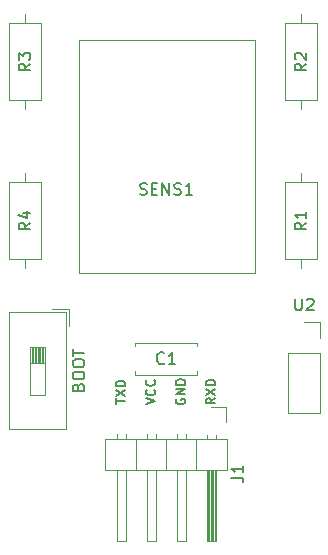
<source format=gbr>
%TF.GenerationSoftware,KiCad,Pcbnew,(5.1.7)-1*%
%TF.CreationDate,2020-10-29T12:11:27+01:00*%
%TF.ProjectId,wifi_temp_sensor,77696669-5f74-4656-9d70-5f73656e736f,rev?*%
%TF.SameCoordinates,Original*%
%TF.FileFunction,Legend,Top*%
%TF.FilePolarity,Positive*%
%FSLAX46Y46*%
G04 Gerber Fmt 4.6, Leading zero omitted, Abs format (unit mm)*
G04 Created by KiCad (PCBNEW (5.1.7)-1) date 2020-10-29 12:11:27*
%MOMM*%
%LPD*%
G01*
G04 APERTURE LIST*
%ADD10C,0.150000*%
%ADD11C,0.120000*%
G04 APERTURE END LIST*
D10*
X155047904Y-95275333D02*
X154666952Y-95542000D01*
X155047904Y-95732476D02*
X154247904Y-95732476D01*
X154247904Y-95427714D01*
X154286000Y-95351523D01*
X154324095Y-95313428D01*
X154400285Y-95275333D01*
X154514571Y-95275333D01*
X154590761Y-95313428D01*
X154628857Y-95351523D01*
X154666952Y-95427714D01*
X154666952Y-95732476D01*
X154247904Y-95008666D02*
X155047904Y-94475333D01*
X154247904Y-94475333D02*
X155047904Y-95008666D01*
X155047904Y-94170571D02*
X154247904Y-94170571D01*
X154247904Y-93980095D01*
X154286000Y-93865809D01*
X154362190Y-93789619D01*
X154438380Y-93751523D01*
X154590761Y-93713428D01*
X154705047Y-93713428D01*
X154857428Y-93751523D01*
X154933619Y-93789619D01*
X155009809Y-93865809D01*
X155047904Y-93980095D01*
X155047904Y-94170571D01*
X146627904Y-95751523D02*
X146627904Y-95294380D01*
X147427904Y-95522952D02*
X146627904Y-95522952D01*
X146627904Y-95103904D02*
X147427904Y-94570571D01*
X146627904Y-94570571D02*
X147427904Y-95103904D01*
X147427904Y-94265809D02*
X146627904Y-94265809D01*
X146627904Y-94075333D01*
X146666000Y-93961047D01*
X146742190Y-93884857D01*
X146818380Y-93846761D01*
X146970761Y-93808666D01*
X147085047Y-93808666D01*
X147237428Y-93846761D01*
X147313619Y-93884857D01*
X147389809Y-93961047D01*
X147427904Y-94075333D01*
X147427904Y-94265809D01*
X151746000Y-95351523D02*
X151707904Y-95427714D01*
X151707904Y-95542000D01*
X151746000Y-95656285D01*
X151822190Y-95732476D01*
X151898380Y-95770571D01*
X152050761Y-95808666D01*
X152165047Y-95808666D01*
X152317428Y-95770571D01*
X152393619Y-95732476D01*
X152469809Y-95656285D01*
X152507904Y-95542000D01*
X152507904Y-95465809D01*
X152469809Y-95351523D01*
X152431714Y-95313428D01*
X152165047Y-95313428D01*
X152165047Y-95465809D01*
X152507904Y-94970571D02*
X151707904Y-94970571D01*
X152507904Y-94513428D01*
X151707904Y-94513428D01*
X152507904Y-94132476D02*
X151707904Y-94132476D01*
X151707904Y-93942000D01*
X151746000Y-93827714D01*
X151822190Y-93751523D01*
X151898380Y-93713428D01*
X152050761Y-93675333D01*
X152165047Y-93675333D01*
X152317428Y-93713428D01*
X152393619Y-93751523D01*
X152469809Y-93827714D01*
X152507904Y-93942000D01*
X152507904Y-94132476D01*
X149167904Y-95808666D02*
X149967904Y-95542000D01*
X149167904Y-95275333D01*
X149891714Y-94551523D02*
X149929809Y-94589619D01*
X149967904Y-94703904D01*
X149967904Y-94780095D01*
X149929809Y-94894380D01*
X149853619Y-94970571D01*
X149777428Y-95008666D01*
X149625047Y-95046761D01*
X149510761Y-95046761D01*
X149358380Y-95008666D01*
X149282190Y-94970571D01*
X149206000Y-94894380D01*
X149167904Y-94780095D01*
X149167904Y-94703904D01*
X149206000Y-94589619D01*
X149244095Y-94551523D01*
X149891714Y-93751523D02*
X149929809Y-93789619D01*
X149967904Y-93903904D01*
X149967904Y-93980095D01*
X149929809Y-94094380D01*
X149853619Y-94170571D01*
X149777428Y-94208666D01*
X149625047Y-94246761D01*
X149510761Y-94246761D01*
X149358380Y-94208666D01*
X149282190Y-94170571D01*
X149206000Y-94094380D01*
X149167904Y-93980095D01*
X149167904Y-93903904D01*
X149206000Y-93789619D01*
X149244095Y-93751523D01*
D11*
%TO.C,SENS1*%
X143476000Y-84722000D02*
X158376000Y-84722000D01*
X143476000Y-84722000D02*
X143476000Y-64922000D01*
X143476000Y-64922000D02*
X158376000Y-64922000D01*
X158376000Y-84722000D02*
X158376000Y-64922000D01*
%TO.C,C1*%
X148216000Y-90578000D02*
X153456000Y-90578000D01*
X148216000Y-93318000D02*
X153456000Y-93318000D01*
X148216000Y-90578000D02*
X148216000Y-90893000D01*
X148216000Y-93003000D02*
X148216000Y-93318000D01*
X153456000Y-90578000D02*
X153456000Y-90893000D01*
X153456000Y-93003000D02*
X153456000Y-93318000D01*
%TO.C,J1*%
X156016000Y-98722000D02*
X145736000Y-98722000D01*
X145736000Y-98722000D02*
X145736000Y-101382000D01*
X145736000Y-101382000D02*
X156016000Y-101382000D01*
X156016000Y-101382000D02*
X156016000Y-98722000D01*
X155066000Y-101382000D02*
X155066000Y-107382000D01*
X155066000Y-107382000D02*
X154306000Y-107382000D01*
X154306000Y-107382000D02*
X154306000Y-101382000D01*
X155006000Y-101382000D02*
X155006000Y-107382000D01*
X154886000Y-101382000D02*
X154886000Y-107382000D01*
X154766000Y-101382000D02*
X154766000Y-107382000D01*
X154646000Y-101382000D02*
X154646000Y-107382000D01*
X154526000Y-101382000D02*
X154526000Y-107382000D01*
X154406000Y-101382000D02*
X154406000Y-107382000D01*
X155066000Y-98392000D02*
X155066000Y-98722000D01*
X154306000Y-98392000D02*
X154306000Y-98722000D01*
X153416000Y-98722000D02*
X153416000Y-101382000D01*
X152526000Y-101382000D02*
X152526000Y-107382000D01*
X152526000Y-107382000D02*
X151766000Y-107382000D01*
X151766000Y-107382000D02*
X151766000Y-101382000D01*
X152526000Y-98324929D02*
X152526000Y-98722000D01*
X151766000Y-98324929D02*
X151766000Y-98722000D01*
X150876000Y-98722000D02*
X150876000Y-101382000D01*
X149986000Y-101382000D02*
X149986000Y-107382000D01*
X149986000Y-107382000D02*
X149226000Y-107382000D01*
X149226000Y-107382000D02*
X149226000Y-101382000D01*
X149986000Y-98324929D02*
X149986000Y-98722000D01*
X149226000Y-98324929D02*
X149226000Y-98722000D01*
X148336000Y-98722000D02*
X148336000Y-101382000D01*
X147446000Y-101382000D02*
X147446000Y-107382000D01*
X147446000Y-107382000D02*
X146686000Y-107382000D01*
X146686000Y-107382000D02*
X146686000Y-101382000D01*
X147446000Y-98324929D02*
X147446000Y-98722000D01*
X146686000Y-98324929D02*
X146686000Y-98722000D01*
X154686000Y-96012000D02*
X155956000Y-96012000D01*
X155956000Y-96012000D02*
X155956000Y-97282000D01*
%TO.C,U2*%
X161230000Y-91440000D02*
X163890000Y-91440000D01*
X161230000Y-91440000D02*
X161230000Y-96580000D01*
X161230000Y-96580000D02*
X163890000Y-96580000D01*
X163890000Y-91440000D02*
X163890000Y-96580000D01*
X163890000Y-88840000D02*
X163890000Y-90170000D01*
X162560000Y-88840000D02*
X163890000Y-88840000D01*
%TO.C,R4*%
X137568000Y-83534000D02*
X140308000Y-83534000D01*
X140308000Y-83534000D02*
X140308000Y-76994000D01*
X140308000Y-76994000D02*
X137568000Y-76994000D01*
X137568000Y-76994000D02*
X137568000Y-83534000D01*
X138938000Y-84304000D02*
X138938000Y-83534000D01*
X138938000Y-76224000D02*
X138938000Y-76994000D01*
%TO.C,R3*%
X140308000Y-63532000D02*
X137568000Y-63532000D01*
X137568000Y-63532000D02*
X137568000Y-70072000D01*
X137568000Y-70072000D02*
X140308000Y-70072000D01*
X140308000Y-70072000D02*
X140308000Y-63532000D01*
X138938000Y-62762000D02*
X138938000Y-63532000D01*
X138938000Y-70842000D02*
X138938000Y-70072000D01*
%TO.C,R2*%
X163676000Y-63532000D02*
X160936000Y-63532000D01*
X160936000Y-63532000D02*
X160936000Y-70072000D01*
X160936000Y-70072000D02*
X163676000Y-70072000D01*
X163676000Y-70072000D02*
X163676000Y-63532000D01*
X162306000Y-62762000D02*
X162306000Y-63532000D01*
X162306000Y-70842000D02*
X162306000Y-70072000D01*
%TO.C,R1*%
X163676000Y-76994000D02*
X160936000Y-76994000D01*
X160936000Y-76994000D02*
X160936000Y-83534000D01*
X160936000Y-83534000D02*
X163676000Y-83534000D01*
X163676000Y-83534000D02*
X163676000Y-76994000D01*
X162306000Y-76224000D02*
X162306000Y-76994000D01*
X162306000Y-84304000D02*
X162306000Y-83534000D01*
%TO.C,BOOT*%
X142374000Y-88014000D02*
X142374000Y-97914000D01*
X137534000Y-88014000D02*
X137534000Y-97914000D01*
X142374000Y-88014000D02*
X137534000Y-88014000D01*
X142374000Y-97914000D02*
X137534000Y-97914000D01*
X142614000Y-87774000D02*
X142614000Y-89158000D01*
X142614000Y-87774000D02*
X141231000Y-87774000D01*
X140589000Y-90934000D02*
X139319000Y-90934000D01*
X139319000Y-90934000D02*
X139319000Y-94994000D01*
X139319000Y-94994000D02*
X140589000Y-94994000D01*
X140589000Y-94994000D02*
X140589000Y-90934000D01*
X140469000Y-90934000D02*
X140469000Y-92287333D01*
X140349000Y-90934000D02*
X140349000Y-92287333D01*
X140229000Y-90934000D02*
X140229000Y-92287333D01*
X140109000Y-90934000D02*
X140109000Y-92287333D01*
X139989000Y-90934000D02*
X139989000Y-92287333D01*
X139869000Y-90934000D02*
X139869000Y-92287333D01*
X139749000Y-90934000D02*
X139749000Y-92287333D01*
X139629000Y-90934000D02*
X139629000Y-92287333D01*
X139509000Y-90934000D02*
X139509000Y-92287333D01*
X139389000Y-90934000D02*
X139389000Y-92287333D01*
X140589000Y-92287333D02*
X139319000Y-92287333D01*
%TO.C,SENS1*%
D10*
X148661714Y-78026761D02*
X148804571Y-78074380D01*
X149042666Y-78074380D01*
X149137904Y-78026761D01*
X149185523Y-77979142D01*
X149233142Y-77883904D01*
X149233142Y-77788666D01*
X149185523Y-77693428D01*
X149137904Y-77645809D01*
X149042666Y-77598190D01*
X148852190Y-77550571D01*
X148756952Y-77502952D01*
X148709333Y-77455333D01*
X148661714Y-77360095D01*
X148661714Y-77264857D01*
X148709333Y-77169619D01*
X148756952Y-77122000D01*
X148852190Y-77074380D01*
X149090285Y-77074380D01*
X149233142Y-77122000D01*
X149661714Y-77550571D02*
X149995047Y-77550571D01*
X150137904Y-78074380D02*
X149661714Y-78074380D01*
X149661714Y-77074380D01*
X150137904Y-77074380D01*
X150566476Y-78074380D02*
X150566476Y-77074380D01*
X151137904Y-78074380D01*
X151137904Y-77074380D01*
X151566476Y-78026761D02*
X151709333Y-78074380D01*
X151947428Y-78074380D01*
X152042666Y-78026761D01*
X152090285Y-77979142D01*
X152137904Y-77883904D01*
X152137904Y-77788666D01*
X152090285Y-77693428D01*
X152042666Y-77645809D01*
X151947428Y-77598190D01*
X151756952Y-77550571D01*
X151661714Y-77502952D01*
X151614095Y-77455333D01*
X151566476Y-77360095D01*
X151566476Y-77264857D01*
X151614095Y-77169619D01*
X151661714Y-77122000D01*
X151756952Y-77074380D01*
X151995047Y-77074380D01*
X152137904Y-77122000D01*
X153090285Y-78074380D02*
X152518857Y-78074380D01*
X152804571Y-78074380D02*
X152804571Y-77074380D01*
X152709333Y-77217238D01*
X152614095Y-77312476D01*
X152518857Y-77360095D01*
%TO.C,C1*%
X150709333Y-92305142D02*
X150661714Y-92352761D01*
X150518857Y-92400380D01*
X150423619Y-92400380D01*
X150280761Y-92352761D01*
X150185523Y-92257523D01*
X150137904Y-92162285D01*
X150090285Y-91971809D01*
X150090285Y-91828952D01*
X150137904Y-91638476D01*
X150185523Y-91543238D01*
X150280761Y-91448000D01*
X150423619Y-91400380D01*
X150518857Y-91400380D01*
X150661714Y-91448000D01*
X150709333Y-91495619D01*
X151661714Y-92400380D02*
X151090285Y-92400380D01*
X151376000Y-92400380D02*
X151376000Y-91400380D01*
X151280761Y-91543238D01*
X151185523Y-91638476D01*
X151090285Y-91686095D01*
%TO.C,J1*%
X156408380Y-102000333D02*
X157122666Y-102000333D01*
X157265523Y-102047952D01*
X157360761Y-102143190D01*
X157408380Y-102286047D01*
X157408380Y-102381285D01*
X157408380Y-101000333D02*
X157408380Y-101571761D01*
X157408380Y-101286047D02*
X156408380Y-101286047D01*
X156551238Y-101381285D01*
X156646476Y-101476523D01*
X156694095Y-101571761D01*
%TO.C,U2*%
X161798095Y-86852380D02*
X161798095Y-87661904D01*
X161845714Y-87757142D01*
X161893333Y-87804761D01*
X161988571Y-87852380D01*
X162179047Y-87852380D01*
X162274285Y-87804761D01*
X162321904Y-87757142D01*
X162369523Y-87661904D01*
X162369523Y-86852380D01*
X162798095Y-86947619D02*
X162845714Y-86900000D01*
X162940952Y-86852380D01*
X163179047Y-86852380D01*
X163274285Y-86900000D01*
X163321904Y-86947619D01*
X163369523Y-87042857D01*
X163369523Y-87138095D01*
X163321904Y-87280952D01*
X162750476Y-87852380D01*
X163369523Y-87852380D01*
%TO.C,R4*%
X139390380Y-80430666D02*
X138914190Y-80764000D01*
X139390380Y-81002095D02*
X138390380Y-81002095D01*
X138390380Y-80621142D01*
X138438000Y-80525904D01*
X138485619Y-80478285D01*
X138580857Y-80430666D01*
X138723714Y-80430666D01*
X138818952Y-80478285D01*
X138866571Y-80525904D01*
X138914190Y-80621142D01*
X138914190Y-81002095D01*
X138723714Y-79573523D02*
X139390380Y-79573523D01*
X138342761Y-79811619D02*
X139057047Y-80049714D01*
X139057047Y-79430666D01*
%TO.C,R3*%
X139390380Y-66968666D02*
X138914190Y-67302000D01*
X139390380Y-67540095D02*
X138390380Y-67540095D01*
X138390380Y-67159142D01*
X138438000Y-67063904D01*
X138485619Y-67016285D01*
X138580857Y-66968666D01*
X138723714Y-66968666D01*
X138818952Y-67016285D01*
X138866571Y-67063904D01*
X138914190Y-67159142D01*
X138914190Y-67540095D01*
X138390380Y-66635333D02*
X138390380Y-66016285D01*
X138771333Y-66349619D01*
X138771333Y-66206761D01*
X138818952Y-66111523D01*
X138866571Y-66063904D01*
X138961809Y-66016285D01*
X139199904Y-66016285D01*
X139295142Y-66063904D01*
X139342761Y-66111523D01*
X139390380Y-66206761D01*
X139390380Y-66492476D01*
X139342761Y-66587714D01*
X139295142Y-66635333D01*
%TO.C,R2*%
X162758380Y-66968666D02*
X162282190Y-67302000D01*
X162758380Y-67540095D02*
X161758380Y-67540095D01*
X161758380Y-67159142D01*
X161806000Y-67063904D01*
X161853619Y-67016285D01*
X161948857Y-66968666D01*
X162091714Y-66968666D01*
X162186952Y-67016285D01*
X162234571Y-67063904D01*
X162282190Y-67159142D01*
X162282190Y-67540095D01*
X161853619Y-66587714D02*
X161806000Y-66540095D01*
X161758380Y-66444857D01*
X161758380Y-66206761D01*
X161806000Y-66111523D01*
X161853619Y-66063904D01*
X161948857Y-66016285D01*
X162044095Y-66016285D01*
X162186952Y-66063904D01*
X162758380Y-66635333D01*
X162758380Y-66016285D01*
%TO.C,R1*%
X162758380Y-80430666D02*
X162282190Y-80764000D01*
X162758380Y-81002095D02*
X161758380Y-81002095D01*
X161758380Y-80621142D01*
X161806000Y-80525904D01*
X161853619Y-80478285D01*
X161948857Y-80430666D01*
X162091714Y-80430666D01*
X162186952Y-80478285D01*
X162234571Y-80525904D01*
X162282190Y-80621142D01*
X162282190Y-81002095D01*
X162758380Y-79478285D02*
X162758380Y-80049714D01*
X162758380Y-79764000D02*
X161758380Y-79764000D01*
X161901238Y-79859238D01*
X161996476Y-79954476D01*
X162044095Y-80049714D01*
%TO.C,BOOT*%
X143438571Y-94321142D02*
X143486190Y-94178285D01*
X143533809Y-94130666D01*
X143629047Y-94083047D01*
X143771904Y-94083047D01*
X143867142Y-94130666D01*
X143914761Y-94178285D01*
X143962380Y-94273523D01*
X143962380Y-94654476D01*
X142962380Y-94654476D01*
X142962380Y-94321142D01*
X143010000Y-94225904D01*
X143057619Y-94178285D01*
X143152857Y-94130666D01*
X143248095Y-94130666D01*
X143343333Y-94178285D01*
X143390952Y-94225904D01*
X143438571Y-94321142D01*
X143438571Y-94654476D01*
X142962380Y-93464000D02*
X142962380Y-93273523D01*
X143010000Y-93178285D01*
X143105238Y-93083047D01*
X143295714Y-93035428D01*
X143629047Y-93035428D01*
X143819523Y-93083047D01*
X143914761Y-93178285D01*
X143962380Y-93273523D01*
X143962380Y-93464000D01*
X143914761Y-93559238D01*
X143819523Y-93654476D01*
X143629047Y-93702095D01*
X143295714Y-93702095D01*
X143105238Y-93654476D01*
X143010000Y-93559238D01*
X142962380Y-93464000D01*
X142962380Y-92416380D02*
X142962380Y-92225904D01*
X143010000Y-92130666D01*
X143105238Y-92035428D01*
X143295714Y-91987809D01*
X143629047Y-91987809D01*
X143819523Y-92035428D01*
X143914761Y-92130666D01*
X143962380Y-92225904D01*
X143962380Y-92416380D01*
X143914761Y-92511619D01*
X143819523Y-92606857D01*
X143629047Y-92654476D01*
X143295714Y-92654476D01*
X143105238Y-92606857D01*
X143010000Y-92511619D01*
X142962380Y-92416380D01*
X142962380Y-91702095D02*
X142962380Y-91130666D01*
X143962380Y-91416380D02*
X142962380Y-91416380D01*
%TD*%
M02*

</source>
